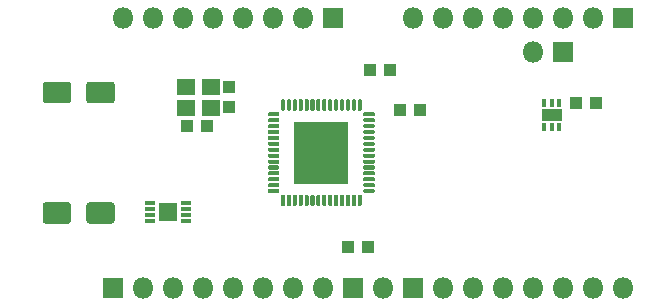
<source format=gts>
G04 #@! TF.GenerationSoftware,KiCad,Pcbnew,5.1.6*
G04 #@! TF.CreationDate,2020-07-12T14:31:33+01:00*
G04 #@! TF.ProjectId,CY7CBreakout,43593743-4272-4656-916b-6f75742e6b69,rev?*
G04 #@! TF.SameCoordinates,PX7270e00PY7270e00*
G04 #@! TF.FileFunction,Soldermask,Top*
G04 #@! TF.FilePolarity,Negative*
%FSLAX46Y46*%
G04 Gerber Fmt 4.6, Leading zero omitted, Abs format (unit mm)*
G04 Created by KiCad (PCBNEW 5.1.6) date 2020-07-12 14:31:33*
%MOMM*%
%LPD*%
G01*
G04 APERTURE LIST*
%ADD10C,0.100000*%
%ADD11R,4.600000X5.300000*%
%ADD12R,1.700000X1.100000*%
%ADD13R,0.450000X0.800000*%
%ADD14R,1.103200X1.003200*%
%ADD15O,1.800000X1.800000*%
%ADD16R,1.800000X1.800000*%
%ADD17R,1.503200X1.403200*%
%ADD18R,0.900000X0.350000*%
%ADD19R,1.500000X1.500000*%
%ADD20R,1.003200X1.103200*%
G04 APERTURE END LIST*
D10*
G04 #@! TO.C,Y1*
G36*
X15350000Y20250000D02*
G01*
X13950000Y20250000D01*
X13950000Y18950000D01*
X15350000Y18950000D01*
X15350000Y20250000D01*
G37*
G36*
X13250000Y20250000D02*
G01*
X11850000Y20250000D01*
X11850000Y18950000D01*
X13250000Y18950000D01*
X13250000Y20250000D01*
G37*
G36*
X13250000Y18450000D02*
G01*
X11850000Y18450000D01*
X11850000Y17150000D01*
X13250000Y17150000D01*
X13250000Y18450000D01*
G37*
G36*
X15350000Y18450000D02*
G01*
X13950000Y18450000D01*
X13950000Y17150000D01*
X15350000Y17150000D01*
X15350000Y18450000D01*
G37*
G04 #@! TD*
G04 #@! TO.C,U1*
G36*
G01*
X19475000Y17162500D02*
X19475000Y17337500D01*
G75*
G02*
X19562500Y17425000I87500J0D01*
G01*
X20362500Y17425000D01*
G75*
G02*
X20450000Y17337500I0J-87500D01*
G01*
X20450000Y17162500D01*
G75*
G02*
X20362500Y17075000I-87500J0D01*
G01*
X19562500Y17075000D01*
G75*
G02*
X19475000Y17162500I0J87500D01*
G01*
G37*
G36*
G01*
X19475000Y16662500D02*
X19475000Y16837500D01*
G75*
G02*
X19562500Y16925000I87500J0D01*
G01*
X20362500Y16925000D01*
G75*
G02*
X20450000Y16837500I0J-87500D01*
G01*
X20450000Y16662500D01*
G75*
G02*
X20362500Y16575000I-87500J0D01*
G01*
X19562500Y16575000D01*
G75*
G02*
X19475000Y16662500I0J87500D01*
G01*
G37*
G36*
G01*
X19475000Y16162500D02*
X19475000Y16337500D01*
G75*
G02*
X19562500Y16425000I87500J0D01*
G01*
X20362500Y16425000D01*
G75*
G02*
X20450000Y16337500I0J-87500D01*
G01*
X20450000Y16162500D01*
G75*
G02*
X20362500Y16075000I-87500J0D01*
G01*
X19562500Y16075000D01*
G75*
G02*
X19475000Y16162500I0J87500D01*
G01*
G37*
G36*
G01*
X19475000Y15662500D02*
X19475000Y15837500D01*
G75*
G02*
X19562500Y15925000I87500J0D01*
G01*
X20362500Y15925000D01*
G75*
G02*
X20450000Y15837500I0J-87500D01*
G01*
X20450000Y15662500D01*
G75*
G02*
X20362500Y15575000I-87500J0D01*
G01*
X19562500Y15575000D01*
G75*
G02*
X19475000Y15662500I0J87500D01*
G01*
G37*
G36*
G01*
X19475000Y15162500D02*
X19475000Y15337500D01*
G75*
G02*
X19562500Y15425000I87500J0D01*
G01*
X20362500Y15425000D01*
G75*
G02*
X20450000Y15337500I0J-87500D01*
G01*
X20450000Y15162500D01*
G75*
G02*
X20362500Y15075000I-87500J0D01*
G01*
X19562500Y15075000D01*
G75*
G02*
X19475000Y15162500I0J87500D01*
G01*
G37*
G36*
G01*
X19475000Y14662500D02*
X19475000Y14837500D01*
G75*
G02*
X19562500Y14925000I87500J0D01*
G01*
X20362500Y14925000D01*
G75*
G02*
X20450000Y14837500I0J-87500D01*
G01*
X20450000Y14662500D01*
G75*
G02*
X20362500Y14575000I-87500J0D01*
G01*
X19562500Y14575000D01*
G75*
G02*
X19475000Y14662500I0J87500D01*
G01*
G37*
G36*
G01*
X19475000Y14162500D02*
X19475000Y14337500D01*
G75*
G02*
X19562500Y14425000I87500J0D01*
G01*
X20362500Y14425000D01*
G75*
G02*
X20450000Y14337500I0J-87500D01*
G01*
X20450000Y14162500D01*
G75*
G02*
X20362500Y14075000I-87500J0D01*
G01*
X19562500Y14075000D01*
G75*
G02*
X19475000Y14162500I0J87500D01*
G01*
G37*
G36*
G01*
X19475000Y13662500D02*
X19475000Y13837500D01*
G75*
G02*
X19562500Y13925000I87500J0D01*
G01*
X20362500Y13925000D01*
G75*
G02*
X20450000Y13837500I0J-87500D01*
G01*
X20450000Y13662500D01*
G75*
G02*
X20362500Y13575000I-87500J0D01*
G01*
X19562500Y13575000D01*
G75*
G02*
X19475000Y13662500I0J87500D01*
G01*
G37*
G36*
G01*
X19475000Y13162500D02*
X19475000Y13337500D01*
G75*
G02*
X19562500Y13425000I87500J0D01*
G01*
X20362500Y13425000D01*
G75*
G02*
X20450000Y13337500I0J-87500D01*
G01*
X20450000Y13162500D01*
G75*
G02*
X20362500Y13075000I-87500J0D01*
G01*
X19562500Y13075000D01*
G75*
G02*
X19475000Y13162500I0J87500D01*
G01*
G37*
G36*
G01*
X19475000Y12662500D02*
X19475000Y12837500D01*
G75*
G02*
X19562500Y12925000I87500J0D01*
G01*
X20362500Y12925000D01*
G75*
G02*
X20450000Y12837500I0J-87500D01*
G01*
X20450000Y12662500D01*
G75*
G02*
X20362500Y12575000I-87500J0D01*
G01*
X19562500Y12575000D01*
G75*
G02*
X19475000Y12662500I0J87500D01*
G01*
G37*
G36*
G01*
X19475000Y12162500D02*
X19475000Y12337500D01*
G75*
G02*
X19562500Y12425000I87500J0D01*
G01*
X20362500Y12425000D01*
G75*
G02*
X20450000Y12337500I0J-87500D01*
G01*
X20450000Y12162500D01*
G75*
G02*
X20362500Y12075000I-87500J0D01*
G01*
X19562500Y12075000D01*
G75*
G02*
X19475000Y12162500I0J87500D01*
G01*
G37*
G36*
G01*
X19475000Y11662500D02*
X19475000Y11837500D01*
G75*
G02*
X19562500Y11925000I87500J0D01*
G01*
X20362500Y11925000D01*
G75*
G02*
X20450000Y11837500I0J-87500D01*
G01*
X20450000Y11662500D01*
G75*
G02*
X20362500Y11575000I-87500J0D01*
G01*
X19562500Y11575000D01*
G75*
G02*
X19475000Y11662500I0J87500D01*
G01*
G37*
G36*
G01*
X19475000Y11162500D02*
X19475000Y11337500D01*
G75*
G02*
X19562500Y11425000I87500J0D01*
G01*
X20362500Y11425000D01*
G75*
G02*
X20450000Y11337500I0J-87500D01*
G01*
X20450000Y11162500D01*
G75*
G02*
X20362500Y11075000I-87500J0D01*
G01*
X19562500Y11075000D01*
G75*
G02*
X19475000Y11162500I0J87500D01*
G01*
G37*
G36*
G01*
X19475000Y10662500D02*
X19475000Y10837500D01*
G75*
G02*
X19562500Y10925000I87500J0D01*
G01*
X20362500Y10925000D01*
G75*
G02*
X20450000Y10837500I0J-87500D01*
G01*
X20450000Y10662500D01*
G75*
G02*
X20362500Y10575000I-87500J0D01*
G01*
X19562500Y10575000D01*
G75*
G02*
X19475000Y10662500I0J87500D01*
G01*
G37*
G36*
G01*
X20575000Y9562500D02*
X20575000Y10362500D01*
G75*
G02*
X20662500Y10450000I87500J0D01*
G01*
X20837500Y10450000D01*
G75*
G02*
X20925000Y10362500I0J-87500D01*
G01*
X20925000Y9562500D01*
G75*
G02*
X20837500Y9475000I-87500J0D01*
G01*
X20662500Y9475000D01*
G75*
G02*
X20575000Y9562500I0J87500D01*
G01*
G37*
G36*
G01*
X21075000Y9562500D02*
X21075000Y10362500D01*
G75*
G02*
X21162500Y10450000I87500J0D01*
G01*
X21337500Y10450000D01*
G75*
G02*
X21425000Y10362500I0J-87500D01*
G01*
X21425000Y9562500D01*
G75*
G02*
X21337500Y9475000I-87500J0D01*
G01*
X21162500Y9475000D01*
G75*
G02*
X21075000Y9562500I0J87500D01*
G01*
G37*
G36*
G01*
X21575000Y9562500D02*
X21575000Y10362500D01*
G75*
G02*
X21662500Y10450000I87500J0D01*
G01*
X21837500Y10450000D01*
G75*
G02*
X21925000Y10362500I0J-87500D01*
G01*
X21925000Y9562500D01*
G75*
G02*
X21837500Y9475000I-87500J0D01*
G01*
X21662500Y9475000D01*
G75*
G02*
X21575000Y9562500I0J87500D01*
G01*
G37*
G36*
G01*
X22075000Y9562500D02*
X22075000Y10362500D01*
G75*
G02*
X22162500Y10450000I87500J0D01*
G01*
X22337500Y10450000D01*
G75*
G02*
X22425000Y10362500I0J-87500D01*
G01*
X22425000Y9562500D01*
G75*
G02*
X22337500Y9475000I-87500J0D01*
G01*
X22162500Y9475000D01*
G75*
G02*
X22075000Y9562500I0J87500D01*
G01*
G37*
G36*
G01*
X22575000Y9562500D02*
X22575000Y10362500D01*
G75*
G02*
X22662500Y10450000I87500J0D01*
G01*
X22837500Y10450000D01*
G75*
G02*
X22925000Y10362500I0J-87500D01*
G01*
X22925000Y9562500D01*
G75*
G02*
X22837500Y9475000I-87500J0D01*
G01*
X22662500Y9475000D01*
G75*
G02*
X22575000Y9562500I0J87500D01*
G01*
G37*
G36*
G01*
X23075000Y9562500D02*
X23075000Y10362500D01*
G75*
G02*
X23162500Y10450000I87500J0D01*
G01*
X23337500Y10450000D01*
G75*
G02*
X23425000Y10362500I0J-87500D01*
G01*
X23425000Y9562500D01*
G75*
G02*
X23337500Y9475000I-87500J0D01*
G01*
X23162500Y9475000D01*
G75*
G02*
X23075000Y9562500I0J87500D01*
G01*
G37*
G36*
G01*
X23575000Y9562500D02*
X23575000Y10362500D01*
G75*
G02*
X23662500Y10450000I87500J0D01*
G01*
X23837500Y10450000D01*
G75*
G02*
X23925000Y10362500I0J-87500D01*
G01*
X23925000Y9562500D01*
G75*
G02*
X23837500Y9475000I-87500J0D01*
G01*
X23662500Y9475000D01*
G75*
G02*
X23575000Y9562500I0J87500D01*
G01*
G37*
G36*
G01*
X24075000Y9562500D02*
X24075000Y10362500D01*
G75*
G02*
X24162500Y10450000I87500J0D01*
G01*
X24337500Y10450000D01*
G75*
G02*
X24425000Y10362500I0J-87500D01*
G01*
X24425000Y9562500D01*
G75*
G02*
X24337500Y9475000I-87500J0D01*
G01*
X24162500Y9475000D01*
G75*
G02*
X24075000Y9562500I0J87500D01*
G01*
G37*
G36*
G01*
X24575000Y9562500D02*
X24575000Y10362500D01*
G75*
G02*
X24662500Y10450000I87500J0D01*
G01*
X24837500Y10450000D01*
G75*
G02*
X24925000Y10362500I0J-87500D01*
G01*
X24925000Y9562500D01*
G75*
G02*
X24837500Y9475000I-87500J0D01*
G01*
X24662500Y9475000D01*
G75*
G02*
X24575000Y9562500I0J87500D01*
G01*
G37*
G36*
G01*
X25075000Y9562500D02*
X25075000Y10362500D01*
G75*
G02*
X25162500Y10450000I87500J0D01*
G01*
X25337500Y10450000D01*
G75*
G02*
X25425000Y10362500I0J-87500D01*
G01*
X25425000Y9562500D01*
G75*
G02*
X25337500Y9475000I-87500J0D01*
G01*
X25162500Y9475000D01*
G75*
G02*
X25075000Y9562500I0J87500D01*
G01*
G37*
G36*
G01*
X25575000Y9562500D02*
X25575000Y10362500D01*
G75*
G02*
X25662500Y10450000I87500J0D01*
G01*
X25837500Y10450000D01*
G75*
G02*
X25925000Y10362500I0J-87500D01*
G01*
X25925000Y9562500D01*
G75*
G02*
X25837500Y9475000I-87500J0D01*
G01*
X25662500Y9475000D01*
G75*
G02*
X25575000Y9562500I0J87500D01*
G01*
G37*
G36*
G01*
X26075000Y9562500D02*
X26075000Y10362500D01*
G75*
G02*
X26162500Y10450000I87500J0D01*
G01*
X26337500Y10450000D01*
G75*
G02*
X26425000Y10362500I0J-87500D01*
G01*
X26425000Y9562500D01*
G75*
G02*
X26337500Y9475000I-87500J0D01*
G01*
X26162500Y9475000D01*
G75*
G02*
X26075000Y9562500I0J87500D01*
G01*
G37*
G36*
G01*
X26575000Y9562500D02*
X26575000Y10362500D01*
G75*
G02*
X26662500Y10450000I87500J0D01*
G01*
X26837500Y10450000D01*
G75*
G02*
X26925000Y10362500I0J-87500D01*
G01*
X26925000Y9562500D01*
G75*
G02*
X26837500Y9475000I-87500J0D01*
G01*
X26662500Y9475000D01*
G75*
G02*
X26575000Y9562500I0J87500D01*
G01*
G37*
G36*
G01*
X27075000Y9562500D02*
X27075000Y10362500D01*
G75*
G02*
X27162500Y10450000I87500J0D01*
G01*
X27337500Y10450000D01*
G75*
G02*
X27425000Y10362500I0J-87500D01*
G01*
X27425000Y9562500D01*
G75*
G02*
X27337500Y9475000I-87500J0D01*
G01*
X27162500Y9475000D01*
G75*
G02*
X27075000Y9562500I0J87500D01*
G01*
G37*
G36*
G01*
X27550000Y10662500D02*
X27550000Y10837500D01*
G75*
G02*
X27637500Y10925000I87500J0D01*
G01*
X28437500Y10925000D01*
G75*
G02*
X28525000Y10837500I0J-87500D01*
G01*
X28525000Y10662500D01*
G75*
G02*
X28437500Y10575000I-87500J0D01*
G01*
X27637500Y10575000D01*
G75*
G02*
X27550000Y10662500I0J87500D01*
G01*
G37*
G36*
G01*
X27550000Y11162500D02*
X27550000Y11337500D01*
G75*
G02*
X27637500Y11425000I87500J0D01*
G01*
X28437500Y11425000D01*
G75*
G02*
X28525000Y11337500I0J-87500D01*
G01*
X28525000Y11162500D01*
G75*
G02*
X28437500Y11075000I-87500J0D01*
G01*
X27637500Y11075000D01*
G75*
G02*
X27550000Y11162500I0J87500D01*
G01*
G37*
G36*
G01*
X27550000Y11662500D02*
X27550000Y11837500D01*
G75*
G02*
X27637500Y11925000I87500J0D01*
G01*
X28437500Y11925000D01*
G75*
G02*
X28525000Y11837500I0J-87500D01*
G01*
X28525000Y11662500D01*
G75*
G02*
X28437500Y11575000I-87500J0D01*
G01*
X27637500Y11575000D01*
G75*
G02*
X27550000Y11662500I0J87500D01*
G01*
G37*
G36*
G01*
X27550000Y12162500D02*
X27550000Y12337500D01*
G75*
G02*
X27637500Y12425000I87500J0D01*
G01*
X28437500Y12425000D01*
G75*
G02*
X28525000Y12337500I0J-87500D01*
G01*
X28525000Y12162500D01*
G75*
G02*
X28437500Y12075000I-87500J0D01*
G01*
X27637500Y12075000D01*
G75*
G02*
X27550000Y12162500I0J87500D01*
G01*
G37*
G36*
G01*
X27550000Y12662500D02*
X27550000Y12837500D01*
G75*
G02*
X27637500Y12925000I87500J0D01*
G01*
X28437500Y12925000D01*
G75*
G02*
X28525000Y12837500I0J-87500D01*
G01*
X28525000Y12662500D01*
G75*
G02*
X28437500Y12575000I-87500J0D01*
G01*
X27637500Y12575000D01*
G75*
G02*
X27550000Y12662500I0J87500D01*
G01*
G37*
G36*
G01*
X27550000Y13162500D02*
X27550000Y13337500D01*
G75*
G02*
X27637500Y13425000I87500J0D01*
G01*
X28437500Y13425000D01*
G75*
G02*
X28525000Y13337500I0J-87500D01*
G01*
X28525000Y13162500D01*
G75*
G02*
X28437500Y13075000I-87500J0D01*
G01*
X27637500Y13075000D01*
G75*
G02*
X27550000Y13162500I0J87500D01*
G01*
G37*
G36*
G01*
X27550000Y13662500D02*
X27550000Y13837500D01*
G75*
G02*
X27637500Y13925000I87500J0D01*
G01*
X28437500Y13925000D01*
G75*
G02*
X28525000Y13837500I0J-87500D01*
G01*
X28525000Y13662500D01*
G75*
G02*
X28437500Y13575000I-87500J0D01*
G01*
X27637500Y13575000D01*
G75*
G02*
X27550000Y13662500I0J87500D01*
G01*
G37*
G36*
G01*
X27550000Y14162500D02*
X27550000Y14337500D01*
G75*
G02*
X27637500Y14425000I87500J0D01*
G01*
X28437500Y14425000D01*
G75*
G02*
X28525000Y14337500I0J-87500D01*
G01*
X28525000Y14162500D01*
G75*
G02*
X28437500Y14075000I-87500J0D01*
G01*
X27637500Y14075000D01*
G75*
G02*
X27550000Y14162500I0J87500D01*
G01*
G37*
G36*
G01*
X27550000Y14662500D02*
X27550000Y14837500D01*
G75*
G02*
X27637500Y14925000I87500J0D01*
G01*
X28437500Y14925000D01*
G75*
G02*
X28525000Y14837500I0J-87500D01*
G01*
X28525000Y14662500D01*
G75*
G02*
X28437500Y14575000I-87500J0D01*
G01*
X27637500Y14575000D01*
G75*
G02*
X27550000Y14662500I0J87500D01*
G01*
G37*
G36*
G01*
X27550000Y15162500D02*
X27550000Y15337500D01*
G75*
G02*
X27637500Y15425000I87500J0D01*
G01*
X28437500Y15425000D01*
G75*
G02*
X28525000Y15337500I0J-87500D01*
G01*
X28525000Y15162500D01*
G75*
G02*
X28437500Y15075000I-87500J0D01*
G01*
X27637500Y15075000D01*
G75*
G02*
X27550000Y15162500I0J87500D01*
G01*
G37*
G36*
G01*
X27550000Y15662500D02*
X27550000Y15837500D01*
G75*
G02*
X27637500Y15925000I87500J0D01*
G01*
X28437500Y15925000D01*
G75*
G02*
X28525000Y15837500I0J-87500D01*
G01*
X28525000Y15662500D01*
G75*
G02*
X28437500Y15575000I-87500J0D01*
G01*
X27637500Y15575000D01*
G75*
G02*
X27550000Y15662500I0J87500D01*
G01*
G37*
G36*
G01*
X27550000Y16162500D02*
X27550000Y16337500D01*
G75*
G02*
X27637500Y16425000I87500J0D01*
G01*
X28437500Y16425000D01*
G75*
G02*
X28525000Y16337500I0J-87500D01*
G01*
X28525000Y16162500D01*
G75*
G02*
X28437500Y16075000I-87500J0D01*
G01*
X27637500Y16075000D01*
G75*
G02*
X27550000Y16162500I0J87500D01*
G01*
G37*
G36*
G01*
X27550000Y16662500D02*
X27550000Y16837500D01*
G75*
G02*
X27637500Y16925000I87500J0D01*
G01*
X28437500Y16925000D01*
G75*
G02*
X28525000Y16837500I0J-87500D01*
G01*
X28525000Y16662500D01*
G75*
G02*
X28437500Y16575000I-87500J0D01*
G01*
X27637500Y16575000D01*
G75*
G02*
X27550000Y16662500I0J87500D01*
G01*
G37*
G36*
G01*
X27550000Y17162500D02*
X27550000Y17337500D01*
G75*
G02*
X27637500Y17425000I87500J0D01*
G01*
X28437500Y17425000D01*
G75*
G02*
X28525000Y17337500I0J-87500D01*
G01*
X28525000Y17162500D01*
G75*
G02*
X28437500Y17075000I-87500J0D01*
G01*
X27637500Y17075000D01*
G75*
G02*
X27550000Y17162500I0J87500D01*
G01*
G37*
G36*
G01*
X27075000Y17637500D02*
X27075000Y18437500D01*
G75*
G02*
X27162500Y18525000I87500J0D01*
G01*
X27337500Y18525000D01*
G75*
G02*
X27425000Y18437500I0J-87500D01*
G01*
X27425000Y17637500D01*
G75*
G02*
X27337500Y17550000I-87500J0D01*
G01*
X27162500Y17550000D01*
G75*
G02*
X27075000Y17637500I0J87500D01*
G01*
G37*
G36*
G01*
X26575000Y17637500D02*
X26575000Y18437500D01*
G75*
G02*
X26662500Y18525000I87500J0D01*
G01*
X26837500Y18525000D01*
G75*
G02*
X26925000Y18437500I0J-87500D01*
G01*
X26925000Y17637500D01*
G75*
G02*
X26837500Y17550000I-87500J0D01*
G01*
X26662500Y17550000D01*
G75*
G02*
X26575000Y17637500I0J87500D01*
G01*
G37*
G36*
G01*
X26075000Y17637500D02*
X26075000Y18437500D01*
G75*
G02*
X26162500Y18525000I87500J0D01*
G01*
X26337500Y18525000D01*
G75*
G02*
X26425000Y18437500I0J-87500D01*
G01*
X26425000Y17637500D01*
G75*
G02*
X26337500Y17550000I-87500J0D01*
G01*
X26162500Y17550000D01*
G75*
G02*
X26075000Y17637500I0J87500D01*
G01*
G37*
G36*
G01*
X25575000Y17637500D02*
X25575000Y18437500D01*
G75*
G02*
X25662500Y18525000I87500J0D01*
G01*
X25837500Y18525000D01*
G75*
G02*
X25925000Y18437500I0J-87500D01*
G01*
X25925000Y17637500D01*
G75*
G02*
X25837500Y17550000I-87500J0D01*
G01*
X25662500Y17550000D01*
G75*
G02*
X25575000Y17637500I0J87500D01*
G01*
G37*
G36*
G01*
X25075000Y17637500D02*
X25075000Y18437500D01*
G75*
G02*
X25162500Y18525000I87500J0D01*
G01*
X25337500Y18525000D01*
G75*
G02*
X25425000Y18437500I0J-87500D01*
G01*
X25425000Y17637500D01*
G75*
G02*
X25337500Y17550000I-87500J0D01*
G01*
X25162500Y17550000D01*
G75*
G02*
X25075000Y17637500I0J87500D01*
G01*
G37*
G36*
G01*
X24575000Y17637500D02*
X24575000Y18437500D01*
G75*
G02*
X24662500Y18525000I87500J0D01*
G01*
X24837500Y18525000D01*
G75*
G02*
X24925000Y18437500I0J-87500D01*
G01*
X24925000Y17637500D01*
G75*
G02*
X24837500Y17550000I-87500J0D01*
G01*
X24662500Y17550000D01*
G75*
G02*
X24575000Y17637500I0J87500D01*
G01*
G37*
G36*
G01*
X24075000Y17637500D02*
X24075000Y18437500D01*
G75*
G02*
X24162500Y18525000I87500J0D01*
G01*
X24337500Y18525000D01*
G75*
G02*
X24425000Y18437500I0J-87500D01*
G01*
X24425000Y17637500D01*
G75*
G02*
X24337500Y17550000I-87500J0D01*
G01*
X24162500Y17550000D01*
G75*
G02*
X24075000Y17637500I0J87500D01*
G01*
G37*
G36*
G01*
X23575000Y17637500D02*
X23575000Y18437500D01*
G75*
G02*
X23662500Y18525000I87500J0D01*
G01*
X23837500Y18525000D01*
G75*
G02*
X23925000Y18437500I0J-87500D01*
G01*
X23925000Y17637500D01*
G75*
G02*
X23837500Y17550000I-87500J0D01*
G01*
X23662500Y17550000D01*
G75*
G02*
X23575000Y17637500I0J87500D01*
G01*
G37*
G36*
G01*
X23075000Y17637500D02*
X23075000Y18437500D01*
G75*
G02*
X23162500Y18525000I87500J0D01*
G01*
X23337500Y18525000D01*
G75*
G02*
X23425000Y18437500I0J-87500D01*
G01*
X23425000Y17637500D01*
G75*
G02*
X23337500Y17550000I-87500J0D01*
G01*
X23162500Y17550000D01*
G75*
G02*
X23075000Y17637500I0J87500D01*
G01*
G37*
G36*
G01*
X22575000Y17637500D02*
X22575000Y18437500D01*
G75*
G02*
X22662500Y18525000I87500J0D01*
G01*
X22837500Y18525000D01*
G75*
G02*
X22925000Y18437500I0J-87500D01*
G01*
X22925000Y17637500D01*
G75*
G02*
X22837500Y17550000I-87500J0D01*
G01*
X22662500Y17550000D01*
G75*
G02*
X22575000Y17637500I0J87500D01*
G01*
G37*
G36*
G01*
X22075000Y17637500D02*
X22075000Y18437500D01*
G75*
G02*
X22162500Y18525000I87500J0D01*
G01*
X22337500Y18525000D01*
G75*
G02*
X22425000Y18437500I0J-87500D01*
G01*
X22425000Y17637500D01*
G75*
G02*
X22337500Y17550000I-87500J0D01*
G01*
X22162500Y17550000D01*
G75*
G02*
X22075000Y17637500I0J87500D01*
G01*
G37*
G36*
G01*
X21575000Y17637500D02*
X21575000Y18437500D01*
G75*
G02*
X21662500Y18525000I87500J0D01*
G01*
X21837500Y18525000D01*
G75*
G02*
X21925000Y18437500I0J-87500D01*
G01*
X21925000Y17637500D01*
G75*
G02*
X21837500Y17550000I-87500J0D01*
G01*
X21662500Y17550000D01*
G75*
G02*
X21575000Y17637500I0J87500D01*
G01*
G37*
G36*
G01*
X21075000Y17637500D02*
X21075000Y18437500D01*
G75*
G02*
X21162500Y18525000I87500J0D01*
G01*
X21337500Y18525000D01*
G75*
G02*
X21425000Y18437500I0J-87500D01*
G01*
X21425000Y17637500D01*
G75*
G02*
X21337500Y17550000I-87500J0D01*
G01*
X21162500Y17550000D01*
G75*
G02*
X21075000Y17637500I0J87500D01*
G01*
G37*
G36*
G01*
X20575000Y17637500D02*
X20575000Y18437500D01*
G75*
G02*
X20662500Y18525000I87500J0D01*
G01*
X20837500Y18525000D01*
G75*
G02*
X20925000Y18437500I0J-87500D01*
G01*
X20925000Y17637500D01*
G75*
G02*
X20837500Y17550000I-87500J0D01*
G01*
X20662500Y17550000D01*
G75*
G02*
X20575000Y17637500I0J87500D01*
G01*
G37*
D11*
X24000000Y14000000D03*
G04 #@! TD*
G04 #@! TO.C,JP1*
G36*
G01*
X2575000Y18200000D02*
X625000Y18200000D01*
G75*
G02*
X400000Y18425000I0J225000D01*
G01*
X400000Y19775000D01*
G75*
G02*
X625000Y20000000I225000J0D01*
G01*
X2575000Y20000000D01*
G75*
G02*
X2800000Y19775000I0J-225000D01*
G01*
X2800000Y18425000D01*
G75*
G02*
X2575000Y18200000I-225000J0D01*
G01*
G37*
G36*
G01*
X6275000Y18200000D02*
X4325000Y18200000D01*
G75*
G02*
X4100000Y18425000I0J225000D01*
G01*
X4100000Y19775000D01*
G75*
G02*
X4325000Y20000000I225000J0D01*
G01*
X6275000Y20000000D01*
G75*
G02*
X6500000Y19775000I0J-225000D01*
G01*
X6500000Y18425000D01*
G75*
G02*
X6275000Y18200000I-225000J0D01*
G01*
G37*
G36*
G01*
X6275000Y8000000D02*
X4325000Y8000000D01*
G75*
G02*
X4100000Y8225000I0J225000D01*
G01*
X4100000Y9575000D01*
G75*
G02*
X4325000Y9800000I225000J0D01*
G01*
X6275000Y9800000D01*
G75*
G02*
X6500000Y9575000I0J-225000D01*
G01*
X6500000Y8225000D01*
G75*
G02*
X6275000Y8000000I-225000J0D01*
G01*
G37*
G36*
G01*
X2575000Y8000000D02*
X625000Y8000000D01*
G75*
G02*
X400000Y8225000I0J225000D01*
G01*
X400000Y9575000D01*
G75*
G02*
X625000Y9800000I225000J0D01*
G01*
X2575000Y9800000D01*
G75*
G02*
X2800000Y9575000I0J-225000D01*
G01*
X2800000Y8225000D01*
G75*
G02*
X2575000Y8000000I-225000J0D01*
G01*
G37*
G04 #@! TD*
D12*
G04 #@! TO.C,U3*
X43500000Y17200000D03*
D13*
X42850000Y18250000D03*
X43500000Y18250000D03*
X44150000Y18250000D03*
X44150000Y16150000D03*
X43500000Y16150000D03*
X42850000Y16150000D03*
G04 #@! TD*
D14*
G04 #@! TO.C,R7*
X47250000Y18250000D03*
X45550000Y18250000D03*
G04 #@! TD*
D15*
G04 #@! TO.C,J6*
X41910000Y22500000D03*
D16*
X44450000Y22500000D03*
G04 #@! TD*
D15*
G04 #@! TO.C,J3*
X7220000Y25400000D03*
X9760000Y25400000D03*
X12300000Y25400000D03*
X14840000Y25400000D03*
X17380000Y25400000D03*
X19920000Y25400000D03*
X22460000Y25400000D03*
D16*
X25000000Y25400000D03*
G04 #@! TD*
D17*
G04 #@! TO.C,Y1*
X14650000Y19600000D03*
X14650000Y17800000D03*
X12550000Y19600000D03*
X12550000Y17800000D03*
G04 #@! TD*
D18*
G04 #@! TO.C,U2*
X12500000Y9750000D03*
X12500000Y9250000D03*
X12500000Y8750000D03*
X12500000Y8250000D03*
X9500000Y8250000D03*
X9500000Y8750000D03*
X9500000Y9250000D03*
X9500000Y9750000D03*
D19*
X11000000Y9000000D03*
G04 #@! TD*
D14*
G04 #@! TO.C,R5*
X27950000Y6000000D03*
X26250000Y6000000D03*
G04 #@! TD*
D15*
G04 #@! TO.C,J5*
X29210000Y2540000D03*
D16*
X26670000Y2540000D03*
G04 #@! TD*
D14*
G04 #@! TO.C,R2*
X30650000Y17600000D03*
X32350000Y17600000D03*
G04 #@! TD*
G04 #@! TO.C,R1*
X28150000Y21000000D03*
X29850000Y21000000D03*
G04 #@! TD*
G04 #@! TO.C,C2*
X14350000Y16300000D03*
X12650000Y16300000D03*
G04 #@! TD*
D20*
G04 #@! TO.C,C1*
X16200000Y17850000D03*
X16200000Y19550000D03*
G04 #@! TD*
D15*
G04 #@! TO.C,J4*
X31750000Y25400000D03*
X34290000Y25400000D03*
X36830000Y25400000D03*
X39370000Y25400000D03*
X41910000Y25400000D03*
X44450000Y25400000D03*
X46990000Y25400000D03*
D16*
X49530000Y25400000D03*
G04 #@! TD*
D15*
G04 #@! TO.C,J2*
X24130000Y2540000D03*
X21590000Y2540000D03*
X19050000Y2540000D03*
X16510000Y2540000D03*
X13970000Y2540000D03*
X11430000Y2540000D03*
X8890000Y2540000D03*
D16*
X6350000Y2540000D03*
G04 #@! TD*
D15*
G04 #@! TO.C,J1*
X49530000Y2540000D03*
X46990000Y2540000D03*
X44450000Y2540000D03*
X41910000Y2540000D03*
X39370000Y2540000D03*
X36830000Y2540000D03*
X34290000Y2540000D03*
D16*
X31750000Y2540000D03*
G04 #@! TD*
M02*

</source>
